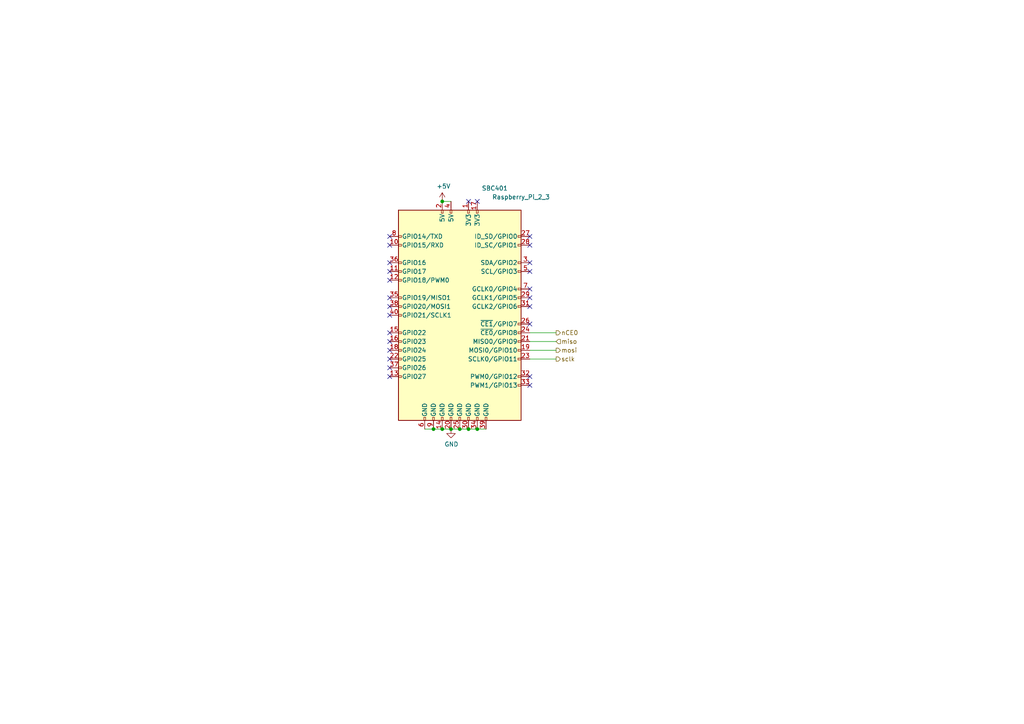
<source format=kicad_sch>
(kicad_sch (version 20230121) (generator eeschema)
  (paper "A4")
  (lib_symbols
    (symbol "Connector:Raspberry_Pi_2_3" (pin_names (offset 1.016))
      (property "Reference" "J" (at -17.78 31.75 0))
      (property "Value" "Raspberry_Pi_2_3" (at 10.16 -31.75 0))
      (symbol "Raspberry_Pi_2_3_0_1"
        (rectangle (start -17.78 30.48) (end 17.78 -30.48) (stroke (width 0.254)) (fill (type background)))
      )
      (symbol "Raspberry_Pi_2_3_1_1"
        (rectangle (start -16.891 -17.526) (end -17.78 -18.034))
        (rectangle (start -16.891 -14.986) (end -17.78 -15.494))
        (rectangle (start -16.891 -12.446) (end -17.78 -12.954))
        (rectangle (start -16.891 -9.906) (end -17.78 -10.414))
        (rectangle (start -16.891 -7.366) (end -17.78 -7.874))
        (rectangle (start -16.891 -4.826) (end -17.78 -5.334))
        (rectangle (start -16.891 0.254) (end -17.78 -0.254))
        (rectangle (start -16.891 2.794) (end -17.78 2.286))
        (rectangle (start -16.891 5.334) (end -17.78 4.826))
        (rectangle (start -16.891 10.414) (end -17.78 9.906))
        (rectangle (start -16.891 12.954) (end -17.78 12.446))
        (rectangle (start -16.891 15.494) (end -17.78 14.986))
        (rectangle (start -16.891 20.574) (end -17.78 20.066))
        (rectangle (start -16.891 23.114) (end -17.78 22.606))
        (rectangle (start -10.414 -29.591) (end -9.906 -30.48))
        (rectangle (start -7.874 -29.591) (end -7.366 -30.48))
        (rectangle (start -5.334 -29.591) (end -4.826 -30.48))
        (rectangle (start -5.334 30.48) (end -4.826 29.591))
        (rectangle (start -2.794 -29.591) (end -2.286 -30.48))
        (rectangle (start -2.794 30.48) (end -2.286 29.591))
        (rectangle (start -0.254 -29.591) (end 0.254 -30.48))
        (rectangle (start 2.286 -29.591) (end 2.794 -30.48))
        (rectangle (start 2.286 30.48) (end 2.794 29.591))
        (rectangle (start 4.826 -29.591) (end 5.334 -30.48))
        (rectangle (start 4.826 30.48) (end 5.334 29.591))
        (rectangle (start 7.366 -29.591) (end 7.874 -30.48))
        (rectangle (start 17.78 -20.066) (end 16.891 -20.574))
        (rectangle (start 17.78 -17.526) (end 16.891 -18.034))
        (rectangle (start 17.78 -12.446) (end 16.891 -12.954))
        (rectangle (start 17.78 -9.906) (end 16.891 -10.414))
        (rectangle (start 17.78 -7.366) (end 16.891 -7.874))
        (rectangle (start 17.78 -4.826) (end 16.891 -5.334))
        (rectangle (start 17.78 -2.286) (end 16.891 -2.794))
        (rectangle (start 17.78 2.794) (end 16.891 2.286))
        (rectangle (start 17.78 5.334) (end 16.891 4.826))
        (rectangle (start 17.78 7.874) (end 16.891 7.366))
        (rectangle (start 17.78 12.954) (end 16.891 12.446))
        (rectangle (start 17.78 15.494) (end 16.891 14.986))
        (rectangle (start 17.78 20.574) (end 16.891 20.066))
        (rectangle (start 17.78 23.114) (end 16.891 22.606))
        (pin power_in line (at 2.54 33.02 270) (length 2.54) (name "3V3") (number "1"))
        (pin bidirectional line (at -20.32 20.32 0) (length 2.54) (name "GPIO15/RXD") (number "10"))
        (pin bidirectional line (at -20.32 12.7 0) (length 2.54) (name "GPIO17") (number "11"))
        (pin bidirectional line (at -20.32 10.16 0) (length 2.54) (name "GPIO18/PWM0") (number "12"))
        (pin bidirectional line (at -20.32 -17.78 0) (length 2.54) (name "GPIO27") (number "13"))
        (pin power_in line (at -5.08 -33.02 90) (length 2.54) (name "GND") (number "14"))
        (pin bidirectional line (at -20.32 -5.08 0) (length 2.54) (name "GPIO22") (number "15"))
        (pin bidirectional line (at -20.32 -7.62 0) (length 2.54) (name "GPIO23") (number "16"))
        (pin power_in line (at 5.08 33.02 270) (length 2.54) (name "3V3") (number "17"))
        (pin bidirectional line (at -20.32 -10.16 0) (length 2.54) (name "GPIO24") (number "18"))
        (pin bidirectional line (at 20.32 -10.16 180) (length 2.54) (name "MOSI0/GPIO10") (number "19"))
        (pin power_in line (at -5.08 33.02 270) (length 2.54) (name "5V") (number "2"))
        (pin power_in line (at -2.54 -33.02 90) (length 2.54) (name "GND") (number "20"))
        (pin bidirectional line (at 20.32 -7.62 180) (length 2.54) (name "MISO0/GPIO9") (number "21"))
        (pin bidirectional line (at -20.32 -12.7 0) (length 2.54) (name "GPIO25") (number "22"))
        (pin bidirectional line (at 20.32 -12.7 180) (length 2.54) (name "SCLK0/GPIO11") (number "23"))
        (pin bidirectional line (at 20.32 -5.08 180) (length 2.54) (name "~{CE0}/GPIO8") (number "24"))
        (pin power_in line (at 0 -33.02 90) (length 2.54) (name "GND") (number "25"))
        (pin bidirectional line (at 20.32 -2.54 180) (length 2.54) (name "~{CE1}/GPIO7") (number "26"))
        (pin bidirectional line (at 20.32 22.86 180) (length 2.54) (name "ID_SD/GPIO0") (number "27"))
        (pin bidirectional line (at 20.32 20.32 180) (length 2.54) (name "ID_SC/GPIO1") (number "28"))
        (pin bidirectional line (at 20.32 5.08 180) (length 2.54) (name "GCLK1/GPIO5") (number "29"))
        (pin bidirectional line (at 20.32 15.24 180) (length 2.54) (name "SDA/GPIO2") (number "3"))
        (pin power_in line (at 2.54 -33.02 90) (length 2.54) (name "GND") (number "30"))
        (pin bidirectional line (at 20.32 2.54 180) (length 2.54) (name "GCLK2/GPIO6") (number "31"))
        (pin bidirectional line (at 20.32 -17.78 180) (length 2.54) (name "PWM0/GPIO12") (number "32"))
        (pin bidirectional line (at 20.32 -20.32 180) (length 2.54) (name "PWM1/GPIO13") (number "33"))
        (pin power_in line (at 5.08 -33.02 90) (length 2.54) (name "GND") (number "34"))
        (pin bidirectional line (at -20.32 5.08 0) (length 2.54) (name "GPIO19/MISO1") (number "35"))
        (pin bidirectional line (at -20.32 15.24 0) (length 2.54) (name "GPIO16") (number "36"))
        (pin bidirectional line (at -20.32 -15.24 0) (length 2.54) (name "GPIO26") (number "37"))
        (pin bidirectional line (at -20.32 2.54 0) (length 2.54) (name "GPIO20/MOSI1") (number "38"))
        (pin power_in line (at 7.62 -33.02 90) (length 2.54) (name "GND") (number "39"))
        (pin power_in line (at -2.54 33.02 270) (length 2.54) (name "5V") (number "4"))
        (pin bidirectional line (at -20.32 0 0) (length 2.54) (name "GPIO21/SCLK1") (number "40"))
        (pin bidirectional line (at 20.32 12.7 180) (length 2.54) (name "SCL/GPIO3") (number "5"))
        (pin power_in line (at -10.16 -33.02 90) (length 2.54) (name "GND") (number "6"))
        (pin bidirectional line (at 20.32 7.62 180) (length 2.54) (name "GCLK0/GPIO4") (number "7"))
        (pin bidirectional line (at -20.32 22.86 0) (length 2.54) (name "GPIO14/TXD") (number "8"))
        (pin power_in line (at -7.62 -33.02 90) (length 2.54) (name "GND") (number "9"))
      )
    )
    (symbol "power:+5V" (power) (pin_names (offset 0))
      (property "Value" "+5V" (at 0 3.556 0))
      (symbol "+5V_0_1"
        (polyline (pts (xy -0.762 1.27) (xy 0 2.54)))
        (polyline (pts (xy 0 0) (xy 0 2.54)))
        (polyline (pts (xy 0 2.54) (xy 0.762 1.27)))
      )
      (symbol "+5V_1_1"
        (pin power_in line (at 0 0 90) (length 0) hide (name "+5V") (number "1"))
      )
    )
    (symbol "power:GND" (power) (pin_names (offset 0))
      (property "Value" "GND" (at 0 -3.81 0))
      (symbol "GND_0_1"
        (polyline (pts (xy 0 0) (xy 0 -1.27) (xy 1.27 -1.27) (xy 0 -2.54) (xy -1.27 -1.27) (xy 0 -1.27)))
      )
      (symbol "GND_1_1"
        (pin power_in line (at 0 0 270) (length 0) hide (name "GND") (number "1"))
      )
    )
  )
  (junction (at 128.27 58.42))
  (junction (at 128.27 124.46))
  (junction (at 133.35 124.46))
  (junction (at 130.81 124.46))
  (junction (at 138.43 124.46))
  (junction (at 125.73 124.46))
  (junction (at 135.89 124.46))
  (no_connect (at 153.67 76.2))
  (no_connect (at 153.67 93.98))
  (no_connect (at 153.67 83.82))
  (no_connect (at 113.03 68.58))
  (no_connect (at 113.03 81.28))
  (no_connect (at 113.03 86.36))
  (no_connect (at 113.03 91.44))
  (no_connect (at 113.03 76.2))
  (no_connect (at 113.03 104.14))
  (no_connect (at 113.03 109.22))
  (no_connect (at 153.67 71.12))
  (no_connect (at 113.03 88.9))
  (no_connect (at 153.67 111.76))
  (no_connect (at 113.03 101.6))
  (no_connect (at 135.89 58.42))
  (no_connect (at 153.67 88.9))
  (no_connect (at 138.43 58.42))
  (no_connect (at 153.67 86.36))
  (no_connect (at 113.03 96.52))
  (no_connect (at 153.67 78.74))
  (no_connect (at 113.03 99.06))
  (no_connect (at 153.67 109.22))
  (no_connect (at 113.03 106.68))
  (no_connect (at 113.03 78.74))
  (no_connect (at 153.67 68.58))
  (no_connect (at 113.03 71.12))
  (wire (pts (xy 133.35 124.46) (xy 135.89 124.46)))
  (wire (pts (xy 135.89 124.46) (xy 138.43 124.46)))
  (wire (pts (xy 153.67 99.06) (xy 161.29 99.06)))
  (wire (pts (xy 123.19 124.46) (xy 125.73 124.46)))
  (wire (pts (xy 128.27 124.46) (xy 130.81 124.46)))
  (wire (pts (xy 153.67 101.6) (xy 161.29 101.6)))
  (wire (pts (xy 153.67 104.14) (xy 161.29 104.14)))
  (wire (pts (xy 130.81 58.42) (xy 128.27 58.42)))
  (wire (pts (xy 153.67 96.52) (xy 161.29 96.52)))
  (wire (pts (xy 130.81 124.46) (xy 133.35 124.46)))
  (wire (pts (xy 138.43 124.46) (xy 140.97 124.46)))
  (wire (pts (xy 125.73 124.46) (xy 128.27 124.46)))
  (hierarchical_label "mosi" (shape output) (at 161.29 101.6 0))
  (hierarchical_label "nCE0" (shape output) (at 161.29 96.52 0))
  (hierarchical_label "miso" (shape input) (at 161.29 99.06 0))
  (hierarchical_label "sclk" (shape output) (at 161.29 104.14 0))
  (symbol (lib_id "Connector:Raspberry_Pi_2_3") (at 133.35 91.44 0) (unit 1)
    (property "Reference" "SBC401" (at 143.51 54.61 0))
    (property "Value" "Raspberry_Pi_2_3" (at 151.13 57.15 0))
    (property "Footprint" "Module:Raspberry_Pi_Zero_Socketed_THT_MountingHoles_SMT" (effects hide))
    (property "Datasheet" "https://www.raspberrypi.org/documentation/hardware/raspberrypi/schematics/rpi_SCH_3bplus_1p0_reduced.pdf" (effects hide))
  )
  (symbol (lib_id "power:GND") (at 130.81 124.46 0) (unit 1)
    (property "Reference" "#PWR0402" (effects hide))
    (property "Value" "GND" (at 130.937 128.8542 0))
  )
  (symbol (lib_id "power:+5V") (at 128.27 58.42 0) (unit 1)
    (property "Reference" "#PWR0401" (effects hide))
    (property "Value" "+5V" (at 128.651 54.0258 0))
  )
)
</source>
